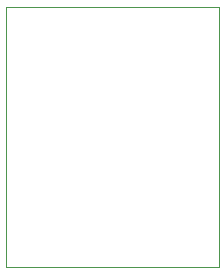
<source format=gbr>
%TF.GenerationSoftware,KiCad,Pcbnew,(6.0.9-0)*%
%TF.CreationDate,2023-01-03T19:06:45+00:00*%
%TF.ProjectId,ds3231_plus,64733332-3331-45f7-906c-75732e6b6963,rev?*%
%TF.SameCoordinates,Original*%
%TF.FileFunction,Profile,NP*%
%FSLAX46Y46*%
G04 Gerber Fmt 4.6, Leading zero omitted, Abs format (unit mm)*
G04 Created by KiCad (PCBNEW (6.0.9-0)) date 2023-01-03 19:06:45*
%MOMM*%
%LPD*%
G01*
G04 APERTURE LIST*
%TA.AperFunction,Profile*%
%ADD10C,0.100000*%
%TD*%
G04 APERTURE END LIST*
D10*
X160000000Y-101000000D02*
X142000000Y-101000000D01*
X142000000Y-79000000D02*
X160000000Y-79000000D01*
X160000000Y-79000000D02*
X160000000Y-101000000D01*
X142000000Y-101000000D02*
X142000000Y-79000000D01*
M02*

</source>
